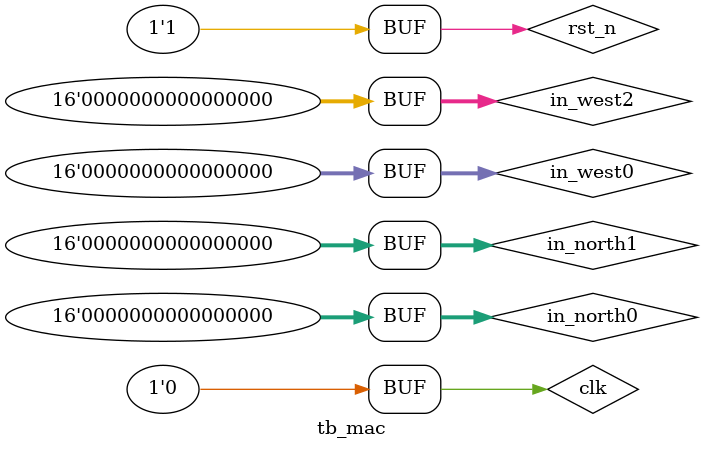
<source format=v>
`include "mac.v"
`timescale 1ns/1ps

module tb_mac;
parameter WIDTH = 16;
parameter FRAC_WIDTH = 8;
parameter BLOCK_SIZE = 2;
parameter INNER_DIMENSION = 64;
parameter CHUNK_SIZE = 4;

reg clk;
reg rst_n;
reg reset_acc;
reg [WIDTH-1:0] in_north0, in_north1;
reg [WIDTH-1:0] in_west0, in_west2;
wire accumulator_done, systolic_finish;
wire [WIDTH*CHUNK_SIZE-1:0] out;

mac #(.WIDTH(WIDTH), .FRAC_WIDTH(FRAC_WIDTH), .BLOCK_SIZE(BLOCK_SIZE), .INNER_DIMENSION(INNER_DIMENSION), .CHUNK_SIZE(CHUNK_SIZE)) mac_inst (
    .clk(clk), .rst_n(rst_n), .reset_acc(reset_acc), .in_north0(in_north0), .in_north1(in_north1), .in_west0(in_west0), .in_west2(in_west2),
    .accumulator_done(accumulator_done), .systolic_finish(systolic_finish), .out(out)
);

// Behavior
initial begin
	// First input
    #10 in_north0 = 16'h0200;  
        in_west0 = 16'h0200;
    #10 in_north0 = 16'h0400;  
        in_west0 = 16'h0100;
	#10 in_north0 = 16'h0000; // Zero  
        in_west0 = 16'h0000;
end

initial begin
	// First input
    #10 in_north1 = 16'h0000; // Zero
        in_west2 = 16'h0000;
    #10 in_north1 = 16'h0300;  
        in_west2 = 16'h0400;
    #10 in_north1 = 16'h0100;  
        in_west2 = 16'h0300;
		
	// Zero
	#10 in_north1 = 16'h0000;  
        in_west2 = 16'h0000;
end

always @(posedge systolic_finish) begin
	#10 reset_acc <=1;
end


// Initial block to apply test cases
initial begin
    // Initialize signals
    clk = 0;
    rst_n = 0;
	reset_acc = 0;
    in_north0 = 0;
    in_north1 = 0;
    in_west0 = 0;
    in_west2 = 0;

    // Apply reset
    #10 rst_n = 1;  // Release reset after 10 ns
end

initial begin
	repeat(500)
		#5 clk <= ~clk;
end

initial begin
	$dumpfile("tb_mac.vcd");
	$dumpvars(0, tb_mac);
end

endmodule
</source>
